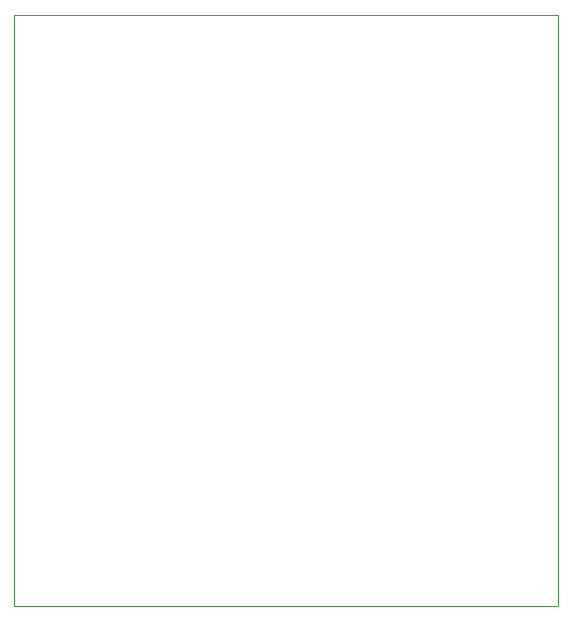
<source format=gm1>
G04 #@! TF.GenerationSoftware,KiCad,Pcbnew,6.0.5-a6ca702e91~116~ubuntu20.04.1*
G04 #@! TF.CreationDate,2022-05-07T11:35:15-04:00*
G04 #@! TF.ProjectId,vcapf_jacks,76636170-665f-46a6-9163-6b732e6b6963,rev?*
G04 #@! TF.SameCoordinates,Original*
G04 #@! TF.FileFunction,Profile,NP*
%FSLAX46Y46*%
G04 Gerber Fmt 4.6, Leading zero omitted, Abs format (unit mm)*
G04 Created by KiCad (PCBNEW 6.0.5-a6ca702e91~116~ubuntu20.04.1) date 2022-05-07 11:35:15*
%MOMM*%
%LPD*%
G01*
G04 APERTURE LIST*
G04 #@! TA.AperFunction,Profile*
%ADD10C,0.100000*%
G04 #@! TD*
G04 APERTURE END LIST*
D10*
X126999292Y-74999292D02*
X173001000Y-75000000D01*
X173001000Y-75000000D02*
X173000707Y-125000707D01*
X126999292Y-125000707D02*
X126999292Y-74999292D01*
X173000707Y-125000707D02*
X126999292Y-125000707D01*
M02*

</source>
